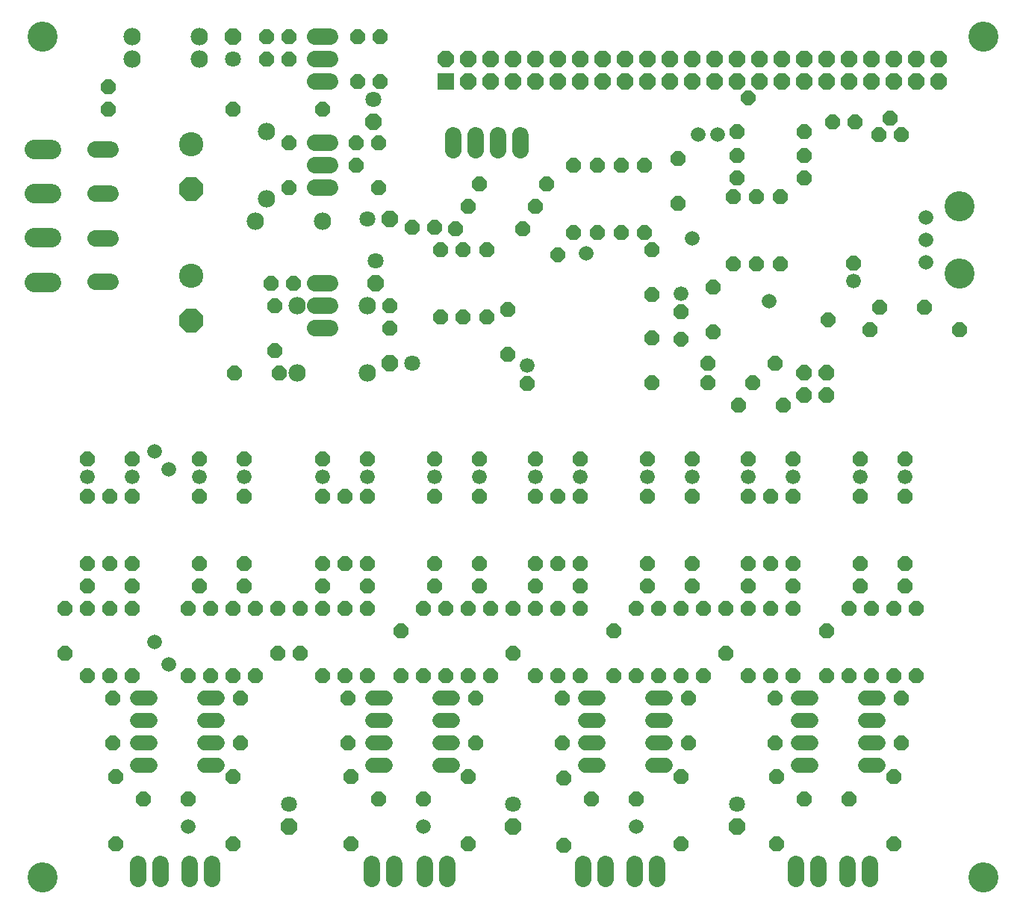
<source format=gbs>
G75*
%MOIN*%
%OFA0B0*%
%FSLAX25Y25*%
%IPPOS*%
%LPD*%
%AMOC8*
5,1,8,0,0,1.08239X$1,22.5*
%
%ADD10C,0.13398*%
%ADD11OC8,0.06600*%
%ADD12C,0.06600*%
%ADD13C,0.06600*%
%ADD14C,0.07400*%
%ADD15C,0.10800*%
%ADD16OC8,0.10800*%
%ADD17C,0.07731*%
%ADD18OC8,0.07100*%
%ADD19C,0.07100*%
%ADD20OC8,0.07000*%
%ADD21C,0.06550*%
%ADD22C,0.07337*%
%ADD23R,0.07400X0.07400*%
%ADD24OC8,0.07400*%
%ADD25C,0.08600*%
%ADD26OC8,0.06550*%
D10*
X0016000Y0027102D03*
X0016000Y0402102D03*
X0425375Y0326477D03*
X0425375Y0296477D03*
X0436000Y0402102D03*
X0436000Y0027102D03*
D11*
X0396000Y0042102D03*
X0376000Y0062102D03*
X0356000Y0062102D03*
X0343500Y0072102D03*
X0342875Y0087102D03*
X0342875Y0107102D03*
X0341000Y0117102D03*
X0351000Y0117102D03*
X0366000Y0117102D03*
X0376000Y0117102D03*
X0386000Y0117102D03*
X0396000Y0117102D03*
X0406000Y0117102D03*
X0399125Y0107102D03*
X0399125Y0087102D03*
X0396000Y0072102D03*
X0343500Y0042102D03*
X0301000Y0042102D03*
X0281000Y0062102D03*
X0301000Y0072102D03*
X0304125Y0087102D03*
X0304125Y0107102D03*
X0301000Y0117102D03*
X0291000Y0117102D03*
X0281000Y0117102D03*
X0271000Y0117102D03*
X0256000Y0117102D03*
X0246000Y0117102D03*
X0236000Y0117102D03*
X0247875Y0107102D03*
X0247875Y0087102D03*
X0248500Y0071477D03*
X0261000Y0062102D03*
X0248500Y0041477D03*
X0206000Y0042102D03*
X0186000Y0062102D03*
X0166000Y0062102D03*
X0153500Y0072102D03*
X0152250Y0087102D03*
X0152250Y0107102D03*
X0151000Y0117102D03*
X0141000Y0117102D03*
X0131000Y0127102D03*
X0121000Y0127102D03*
X0111000Y0117102D03*
X0104125Y0107102D03*
X0101000Y0117102D03*
X0091000Y0117102D03*
X0081000Y0117102D03*
X0056000Y0117102D03*
X0047250Y0107102D03*
X0046000Y0117102D03*
X0036000Y0117102D03*
X0026000Y0127102D03*
X0026000Y0147102D03*
X0036000Y0147102D03*
X0046000Y0147102D03*
X0036000Y0157102D03*
X0036000Y0167102D03*
X0046000Y0167102D03*
X0056000Y0167102D03*
X0056000Y0157102D03*
X0056000Y0147102D03*
X0081000Y0147102D03*
X0091000Y0147102D03*
X0101000Y0147102D03*
X0106000Y0157102D03*
X0106000Y0167102D03*
X0111000Y0147102D03*
X0121000Y0147102D03*
X0131000Y0147102D03*
X0141000Y0147102D03*
X0151000Y0147102D03*
X0161000Y0147102D03*
X0161000Y0157102D03*
X0161000Y0167102D03*
X0151000Y0167102D03*
X0141000Y0167102D03*
X0141000Y0157102D03*
X0176000Y0137102D03*
X0186000Y0147102D03*
X0196000Y0147102D03*
X0206000Y0147102D03*
X0216000Y0147102D03*
X0211000Y0157102D03*
X0211000Y0167102D03*
X0191000Y0167102D03*
X0191000Y0157102D03*
X0226000Y0147102D03*
X0236000Y0147102D03*
X0246000Y0147102D03*
X0256000Y0147102D03*
X0256000Y0157102D03*
X0256000Y0167102D03*
X0246000Y0167102D03*
X0236000Y0167102D03*
X0236000Y0157102D03*
X0226000Y0127102D03*
X0216000Y0117102D03*
X0206000Y0117102D03*
X0196000Y0117102D03*
X0186000Y0117102D03*
X0176000Y0117102D03*
X0161000Y0117102D03*
X0206000Y0072102D03*
X0209125Y0087102D03*
X0209125Y0107102D03*
X0271000Y0137102D03*
X0281000Y0147102D03*
X0291000Y0147102D03*
X0301000Y0147102D03*
X0311000Y0147102D03*
X0321000Y0147102D03*
X0331000Y0147102D03*
X0331000Y0157102D03*
X0331000Y0167102D03*
X0341000Y0167102D03*
X0351000Y0167102D03*
X0351000Y0157102D03*
X0351000Y0147102D03*
X0341000Y0147102D03*
X0366000Y0137102D03*
X0376000Y0147102D03*
X0386000Y0147102D03*
X0381000Y0157102D03*
X0381000Y0167102D03*
X0396000Y0147102D03*
X0406000Y0147102D03*
X0401000Y0157102D03*
X0401000Y0167102D03*
X0401000Y0197102D03*
X0401000Y0213602D03*
X0381000Y0213602D03*
X0381000Y0197102D03*
X0351000Y0197102D03*
X0341000Y0197102D03*
X0331000Y0197102D03*
X0331000Y0213602D03*
X0351000Y0213602D03*
X0346625Y0237727D03*
X0332875Y0247727D03*
X0326625Y0237727D03*
X0312875Y0247727D03*
X0312875Y0256477D03*
X0315375Y0270227D03*
X0301000Y0279352D03*
X0287875Y0287102D03*
X0287875Y0267727D03*
X0287875Y0247727D03*
X0286000Y0213602D03*
X0286000Y0197102D03*
X0306000Y0197102D03*
X0306000Y0213602D03*
X0342875Y0256477D03*
X0315375Y0290227D03*
X0324125Y0300852D03*
X0334750Y0300852D03*
X0345375Y0300852D03*
X0345375Y0330852D03*
X0356000Y0338977D03*
X0356000Y0348977D03*
X0356000Y0359602D03*
X0368500Y0363977D03*
X0378500Y0363977D03*
X0389125Y0358352D03*
X0394125Y0365852D03*
X0399125Y0358352D03*
X0377875Y0301102D03*
X0389750Y0281477D03*
X0385375Y0271477D03*
X0409750Y0281477D03*
X0425375Y0271477D03*
X0334750Y0330852D03*
X0324125Y0330852D03*
X0326000Y0338977D03*
X0326000Y0348977D03*
X0326000Y0359602D03*
X0299750Y0347727D03*
X0284750Y0344602D03*
X0274125Y0344602D03*
X0263500Y0344602D03*
X0252875Y0344602D03*
X0241000Y0336477D03*
X0236000Y0326477D03*
X0230375Y0316477D03*
X0214125Y0307102D03*
X0203500Y0307102D03*
X0193500Y0307102D03*
X0191000Y0317102D03*
X0200375Y0316477D03*
X0206000Y0326477D03*
X0211000Y0336477D03*
X0181000Y0317102D03*
X0166000Y0334602D03*
X0156000Y0344602D03*
X0156000Y0354602D03*
X0166000Y0354602D03*
X0166625Y0382102D03*
X0156625Y0382102D03*
X0141000Y0369602D03*
X0126000Y0354602D03*
X0126000Y0334602D03*
X0101000Y0369602D03*
X0116000Y0392102D03*
X0126000Y0392102D03*
X0126000Y0402102D03*
X0116000Y0402102D03*
X0156625Y0402102D03*
X0166625Y0402102D03*
X0252875Y0314602D03*
X0263500Y0314602D03*
X0274125Y0314602D03*
X0284750Y0314602D03*
X0287875Y0307102D03*
X0299750Y0327727D03*
X0223500Y0280227D03*
X0214125Y0277102D03*
X0203500Y0277102D03*
X0193500Y0277102D03*
X0171000Y0272102D03*
X0171000Y0282102D03*
X0127875Y0292102D03*
X0117875Y0292102D03*
X0119750Y0282102D03*
X0119750Y0262102D03*
X0121625Y0252102D03*
X0101625Y0252102D03*
X0106000Y0213602D03*
X0106000Y0197102D03*
X0086000Y0197102D03*
X0086000Y0213602D03*
X0056000Y0213602D03*
X0056000Y0197102D03*
X0046000Y0197102D03*
X0036000Y0197102D03*
X0036000Y0213602D03*
X0086000Y0167102D03*
X0086000Y0157102D03*
X0141000Y0197102D03*
X0151000Y0197102D03*
X0161000Y0197102D03*
X0161000Y0213602D03*
X0141000Y0213602D03*
X0191000Y0213602D03*
X0191000Y0197102D03*
X0211000Y0197102D03*
X0211000Y0213602D03*
X0236000Y0213602D03*
X0236000Y0197102D03*
X0246000Y0197102D03*
X0256000Y0197102D03*
X0256000Y0213602D03*
X0232250Y0247477D03*
X0223500Y0260227D03*
X0286000Y0167102D03*
X0286000Y0157102D03*
X0306000Y0157102D03*
X0306000Y0167102D03*
X0321000Y0127102D03*
X0311000Y0117102D03*
X0331000Y0117102D03*
X0153500Y0042102D03*
X0104125Y0087102D03*
X0101000Y0072102D03*
X0081000Y0062102D03*
X0061000Y0062102D03*
X0048500Y0072102D03*
X0047250Y0087102D03*
X0048500Y0042102D03*
X0101000Y0042102D03*
X0045375Y0369602D03*
X0045375Y0379602D03*
D12*
X0036000Y0205602D03*
X0056000Y0205602D03*
X0086000Y0205602D03*
X0106000Y0205602D03*
X0141000Y0205602D03*
X0161000Y0205602D03*
X0191000Y0205602D03*
X0211000Y0205602D03*
X0236000Y0205602D03*
X0256000Y0205602D03*
X0286000Y0205602D03*
X0306000Y0205602D03*
X0331000Y0205602D03*
X0351000Y0205602D03*
X0381000Y0205602D03*
X0401000Y0205602D03*
X0377875Y0293102D03*
X0301000Y0287352D03*
X0232250Y0255477D03*
D13*
X0258100Y0107102D02*
X0263900Y0107102D01*
X0263900Y0097102D02*
X0258100Y0097102D01*
X0258100Y0087102D02*
X0263900Y0087102D01*
X0263900Y0077102D02*
X0258100Y0077102D01*
X0288100Y0077102D02*
X0293900Y0077102D01*
X0293900Y0087102D02*
X0288100Y0087102D01*
X0288100Y0097102D02*
X0293900Y0097102D01*
X0293900Y0107102D02*
X0288100Y0107102D01*
X0353100Y0107102D02*
X0358900Y0107102D01*
X0358900Y0097102D02*
X0353100Y0097102D01*
X0353100Y0087102D02*
X0358900Y0087102D01*
X0358900Y0077102D02*
X0353100Y0077102D01*
X0383100Y0077102D02*
X0388900Y0077102D01*
X0388900Y0087102D02*
X0383100Y0087102D01*
X0383100Y0097102D02*
X0388900Y0097102D01*
X0388900Y0107102D02*
X0383100Y0107102D01*
X0198900Y0107102D02*
X0193100Y0107102D01*
X0193100Y0097102D02*
X0198900Y0097102D01*
X0198900Y0087102D02*
X0193100Y0087102D01*
X0193100Y0077102D02*
X0198900Y0077102D01*
X0168900Y0077102D02*
X0163100Y0077102D01*
X0163100Y0087102D02*
X0168900Y0087102D01*
X0168900Y0097102D02*
X0163100Y0097102D01*
X0163100Y0107102D02*
X0168900Y0107102D01*
X0093900Y0107102D02*
X0088100Y0107102D01*
X0088100Y0097102D02*
X0093900Y0097102D01*
X0093900Y0087102D02*
X0088100Y0087102D01*
X0088100Y0077102D02*
X0093900Y0077102D01*
X0063900Y0077102D02*
X0058100Y0077102D01*
X0058100Y0087102D02*
X0063900Y0087102D01*
X0063900Y0097102D02*
X0058100Y0097102D01*
X0058100Y0107102D02*
X0063900Y0107102D01*
D14*
X0137700Y0272102D02*
X0144300Y0272102D01*
X0144300Y0282102D02*
X0137700Y0282102D01*
X0137700Y0292102D02*
X0144300Y0292102D01*
X0144300Y0334602D02*
X0137700Y0334602D01*
X0137700Y0344602D02*
X0144300Y0344602D01*
X0144300Y0354602D02*
X0137700Y0354602D01*
X0137700Y0382102D02*
X0144300Y0382102D01*
X0144300Y0392102D02*
X0137700Y0392102D01*
X0137700Y0402102D02*
X0144300Y0402102D01*
X0199125Y0357902D02*
X0199125Y0351302D01*
X0209125Y0351302D02*
X0209125Y0357902D01*
X0219125Y0357902D02*
X0219125Y0351302D01*
X0229125Y0351302D02*
X0229125Y0357902D01*
X0046175Y0351630D02*
X0039575Y0351630D01*
X0039575Y0331930D02*
X0046175Y0331930D01*
X0046175Y0312130D02*
X0039575Y0312130D01*
X0039575Y0292530D02*
X0046175Y0292530D01*
D15*
X0082250Y0295227D03*
X0082250Y0353977D03*
D16*
X0082250Y0333977D03*
X0082250Y0275227D03*
D17*
X0111000Y0319602D03*
X0116000Y0329602D03*
X0141000Y0319602D03*
X0129750Y0282102D03*
X0161000Y0282102D03*
X0161000Y0252102D03*
X0129750Y0252102D03*
X0116000Y0359602D03*
X0086000Y0392102D03*
X0086000Y0402102D03*
X0056000Y0402102D03*
X0056000Y0392102D03*
D18*
X0101000Y0402102D03*
X0163500Y0363977D03*
X0171000Y0320852D03*
X0164750Y0292102D03*
X0171000Y0256477D03*
X0126000Y0049602D03*
X0226000Y0049602D03*
X0326000Y0049602D03*
D19*
X0326000Y0059602D03*
X0226000Y0059602D03*
X0126000Y0059602D03*
X0181000Y0256477D03*
X0164750Y0302102D03*
X0161000Y0320852D03*
X0163500Y0373977D03*
X0101000Y0392102D03*
D20*
X0356000Y0252102D03*
X0356000Y0242102D03*
X0366000Y0242102D03*
X0366000Y0252102D03*
D21*
X0340375Y0283977D03*
X0306000Y0312102D03*
X0308500Y0358352D03*
X0317250Y0358352D03*
X0258500Y0305227D03*
X0410375Y0301477D03*
X0410375Y0311477D03*
X0410375Y0321477D03*
X0281000Y0049602D03*
X0186000Y0049602D03*
X0081000Y0049602D03*
X0072250Y0122102D03*
X0066000Y0132102D03*
X0072250Y0208977D03*
X0066000Y0217102D03*
D22*
X0068500Y0032871D02*
X0068500Y0026334D01*
X0058500Y0026334D02*
X0058500Y0032871D01*
X0081625Y0032871D02*
X0081625Y0026334D01*
X0091625Y0026334D02*
X0091625Y0032871D01*
X0162875Y0032871D02*
X0162875Y0026334D01*
X0172875Y0026334D02*
X0172875Y0032871D01*
X0186625Y0032871D02*
X0186625Y0026334D01*
X0196625Y0026334D02*
X0196625Y0032871D01*
X0257250Y0032871D02*
X0257250Y0026334D01*
X0267250Y0026334D02*
X0267250Y0032871D01*
X0280375Y0032871D02*
X0280375Y0026334D01*
X0290375Y0026334D02*
X0290375Y0032871D01*
X0352250Y0032871D02*
X0352250Y0026334D01*
X0362250Y0026334D02*
X0362250Y0032871D01*
X0375375Y0032871D02*
X0375375Y0026334D01*
X0385375Y0026334D02*
X0385375Y0032871D01*
D23*
X0196000Y0382102D03*
D24*
X0206000Y0382102D03*
X0216000Y0382102D03*
X0216000Y0392102D03*
X0206000Y0392102D03*
X0196000Y0392102D03*
X0226000Y0392102D03*
X0226000Y0382102D03*
X0236000Y0382102D03*
X0246000Y0382102D03*
X0256000Y0382102D03*
X0266000Y0382102D03*
X0276000Y0382102D03*
X0276000Y0392102D03*
X0266000Y0392102D03*
X0256000Y0392102D03*
X0246000Y0392102D03*
X0236000Y0392102D03*
X0286000Y0392102D03*
X0286000Y0382102D03*
X0296000Y0382102D03*
X0306000Y0382102D03*
X0316000Y0382102D03*
X0326000Y0382102D03*
X0336000Y0382102D03*
X0336000Y0392102D03*
X0326000Y0392102D03*
X0316000Y0392102D03*
X0306000Y0392102D03*
X0296000Y0392102D03*
X0346000Y0392102D03*
X0346000Y0382102D03*
X0356000Y0382102D03*
X0366000Y0382102D03*
X0376000Y0382102D03*
X0386000Y0382102D03*
X0386000Y0392102D03*
X0376000Y0392102D03*
X0366000Y0392102D03*
X0356000Y0392102D03*
X0396000Y0392102D03*
X0396000Y0382102D03*
X0406000Y0382102D03*
X0416000Y0382102D03*
X0416000Y0392102D03*
X0406000Y0392102D03*
D25*
X0019900Y0351702D02*
X0012100Y0351702D01*
X0012100Y0331902D02*
X0019900Y0331902D01*
X0019900Y0312302D02*
X0012100Y0312302D01*
X0012100Y0292502D02*
X0019900Y0292502D01*
D26*
X0246000Y0304602D03*
X0301000Y0267102D03*
X0366625Y0275852D03*
X0331000Y0374602D03*
M02*

</source>
